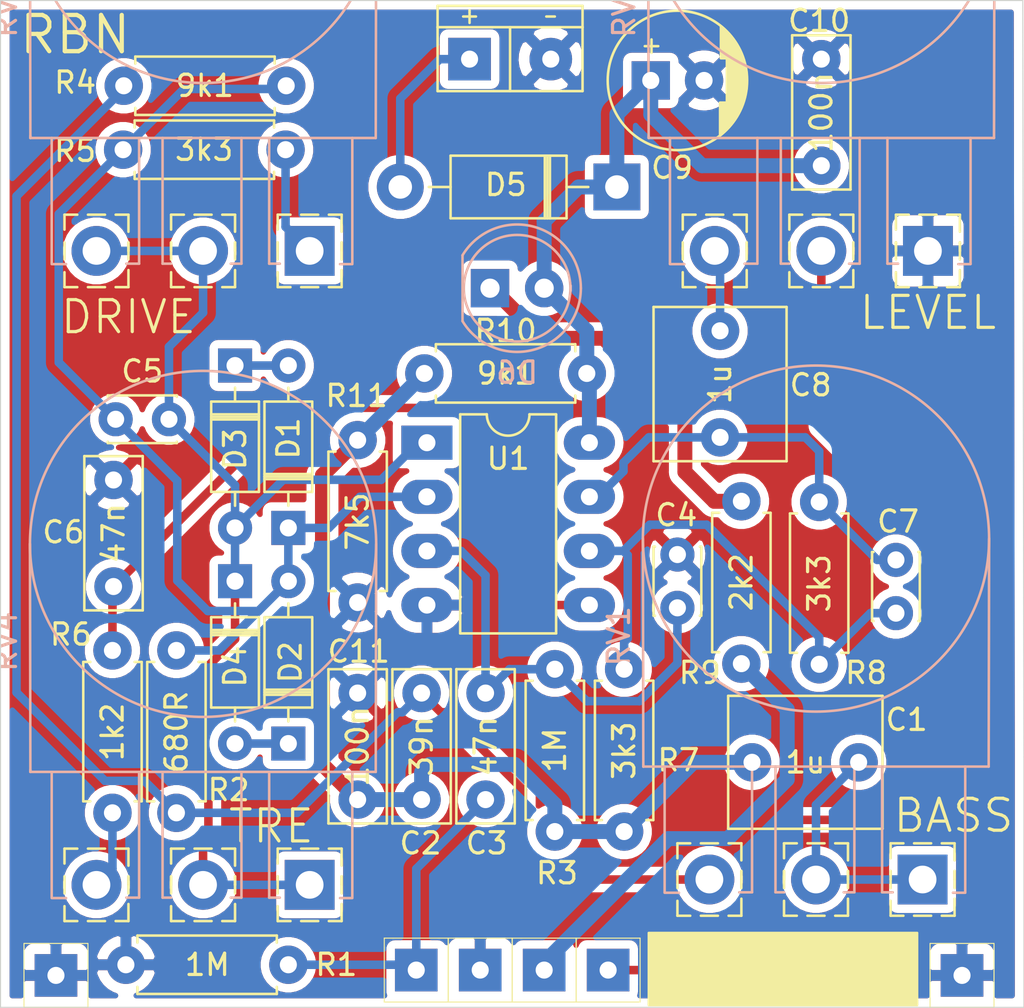
<source format=kicad_pcb>
(kicad_pcb (version 20171130) (host pcbnew "(5.1.5-0-10_14)")
  (layers (0 F.Cu signal hide) (31 B.Cu signal hide) (34 B.Paste user) (35 F.Paste user) (36 B.SilkS user) (37 F.SilkS user) (38 B.Mask user) (39 F.Mask user) (44 Edge.Cuts user))
  (net 0 "")
  (net 1 "Net-(C1-Pad2)")
  (net 2 Vref)
  (net 3 "Net-(C2-Pad2)")
  (net 4 "Net-(C3-Pad2)")
  (net 5 FX.IN)
  (net 6 GND)
  (net 7 "Net-(C5-Pad2)")
  (net 8 "Net-(C5-Pad1)")
  (net 9 "Net-(C6-Pad2)")
  (net 10 "Net-(C7-Pad2)")
  (net 11 "Net-(C7-Pad1)")
  (net 12 "Net-(C8-Pad1)")
  (net 13 "Net-(C10-Pad2)")
  (net 14 "Net-(D1-Pad2)")
  (net 15 "Net-(D2-Pad1)")
  (net 16 "Net-(D6-Pad1)")
  (net 17 SW)
  (net 18 FX.OUT)
  (net 19 "Net-(R5-Pad2)")
  (net 20 "Net-(R6-Pad1)")
  (net 21 "Net-(BT1-Pad1)")
  (module PEDALES:Pot_16_Alpha (layer F.Cu) (at 143.5 64 90)
    (fp_text reference RV5 (at 11.415 -14.25 90) (layer B.SilkS))
    (fp_text value B10k)
    (pad 1 thru_hole rect (at 0 0 90) (size 2.34 2.34) (drill 1.3) (layers *.Cu *.Mask) (net 6 GND))
    (pad 2 thru_hole circle (at 0 -5 90) (size 2.34 2.34) (drill 1.3) (layers *.Cu *.Mask) (net 18 FX.OUT))
    (pad 3 thru_hole circle (at 0 -10 90) (size 2.34 2.34) (drill 1.3) (layers *.Cu *.Mask) (net 12 "Net-(C8-Pad1)"))
  )
  (module PEDALES:Pot_16_Alpha (layer F.Cu) (at 114.5 93.75 90)
    (fp_text reference RV4 (at 11.415 -14.25 90) (layer B.SilkS))
    (fp_text value B10k)
    (pad 1 thru_hole rect (at 0 0 90) (size 2.34 2.34) (drill 1.3) (layers *.Cu *.Mask) (net 7 "Net-(C5-Pad2)"))
    (pad 2 thru_hole circle (at 0 -5 90) (size 2.34 2.34) (drill 1.3) (layers *.Cu *.Mask) (net 7 "Net-(C5-Pad2)"))
    (pad 3 thru_hole circle (at 0 -10 90) (size 2.34 2.34) (drill 1.3) (layers *.Cu *.Mask) (net 20 "Net-(R6-Pad1)"))
  )
  (module PEDALES:Pot_16_Alpha (layer F.Cu) (at 114.5 64 90)
    (fp_text reference RV3 (at 11.415 -14.25 90) (layer B.SilkS))
    (fp_text value B500k)
    (pad 1 thru_hole rect (at 0 0 90) (size 2.34 2.34) (drill 1.3) (layers *.Cu *.Mask) (net 19 "Net-(R5-Pad2)"))
    (pad 2 thru_hole circle (at 0 -5 90) (size 2.34 2.34) (drill 1.3) (layers *.Cu *.Mask) (net 7 "Net-(C5-Pad2)"))
    (pad 3 thru_hole circle (at 0 -10 90) (size 2.34 2.34) (drill 1.3) (layers *.Cu *.Mask) (net 7 "Net-(C5-Pad2)"))
  )
  (module PEDALES:Pot_16_Alpha (layer F.Cu) (at 143.25 93.5 90)
    (fp_text reference RV1 (at 11.415 -14.25 90) (layer B.SilkS))
    (fp_text value B50k)
    (pad 1 thru_hole rect (at 0 0 90) (size 2.34 2.34) (drill 1.3) (layers *.Cu *.Mask) (net 1 "Net-(C1-Pad2)"))
    (pad 2 thru_hole circle (at 0 -5 90) (size 2.34 2.34) (drill 1.3) (layers *.Cu *.Mask) (net 1 "Net-(C1-Pad2)"))
    (pad 3 thru_hole circle (at 0 -10 90) (size 2.34 2.34) (drill 1.3) (layers *.Cu *.Mask) (net 3 "Net-(C2-Pad2)"))
  )
  (module PEDALES:SolderWirePad_1x01_Drill0.8mm (layer F.Cu) (at 125.5 97.75)
    (fp_text reference H12 hide)
    (fp_text value SW)
    (pad 1 thru_hole rect (at 0 0) (size 1.99898 1.99898) (drill 0.8001) (layers *.Cu *.Mask) (net 17 SW))
  )
  (module PEDALES:PWR_CON (layer F.Cu) (at 122 55)
    (fp_text reference BT1)
    (fp_text value Battery_Cell)
    (pad 2 thru_hole circle (at 3.81 0) (size 1.99898 1.99898) (drill 0.8001) (layers *.Cu *.Mask) (net 6 GND))
    (pad 1 thru_hole rect (at 0 0) (size 1.99898 1.99898) (drill 0.8001) (layers *.Cu *.Mask) (net 21 "Net-(BT1-Pad1)"))
  )
  (module PEDALES:1590B (layer F.Cu) (at 124 87.75)
    (fp_text reference REF**)
    (fp_text value 1590B)
  )
  (module Package_DIP:DIP-8_W7.62mm_LongPads (layer F.Cu) (at 120 73)
    (fp_text reference U1 (at 3.81 0.75) (layer F.SilkS))
    (fp_text value TL072)
    (pad 8 thru_hole oval (at 7.62 0) (size 2.4 1.6) (drill 0.8) (layers *.Cu *.Mask) (net 13 "Net-(C10-Pad2)"))
    (pad 4 thru_hole oval (at 0 7.62) (size 2.4 1.6) (drill 0.8) (layers *.Cu *.Mask) (net 6 GND))
    (pad 7 thru_hole oval (at 7.62 2.54) (size 2.4 1.6) (drill 0.8) (layers *.Cu *.Mask) (net 11 "Net-(C7-Pad1)"))
    (pad 3 thru_hole oval (at 0 5.08) (size 2.4 1.6) (drill 0.8) (layers *.Cu *.Mask) (net 4 "Net-(C3-Pad2)"))
    (pad 6 thru_hole oval (at 7.62 5.08) (size 2.4 1.6) (drill 0.8) (layers *.Cu *.Mask) (net 10 "Net-(C7-Pad2)"))
    (pad 2 thru_hole oval (at 0 2.54) (size 2.4 1.6) (drill 0.8) (layers *.Cu *.Mask) (net 8 "Net-(C5-Pad1)"))
    (pad 5 thru_hole oval (at 7.62 7.62) (size 2.4 1.6) (drill 0.8) (layers *.Cu *.Mask) (net 9 "Net-(C6-Pad2)"))
    (pad 1 thru_hole rect (at 0 0) (size 2.4 1.6) (drill 0.8) (layers *.Cu *.Mask) (net 7 "Net-(C5-Pad2)"))
  )
  (module PEDALES:R_0.25W_HZ (layer F.Cu) (at 116.75 80.5 90)
    (fp_text reference R11 (at 9.7 -0.05 180) (layer F.SilkS))
    (fp_text value 7k5 (at 3.8 0 90) (layer F.SilkS))
    (pad 2 thru_hole oval (at 7.62 0 90) (size 1.8 1.8) (drill 0.8) (layers *.Cu *.Mask) (net 2 Vref))
    (pad 1 thru_hole circle (at 0 0 90) (size 1.8 1.8) (drill 0.8) (layers *.Cu *.Mask) (net 6 GND))
  )
  (module PEDALES:R_0.25W_HZ (layer F.Cu) (at 127.5 69.75 180)
    (fp_text reference R10 (at 3.81 2) (layer F.SilkS))
    (fp_text value 9k1 (at 3.8 0) (layer F.SilkS))
    (pad 2 thru_hole oval (at 7.62 0 180) (size 1.8 1.8) (drill 0.8) (layers *.Cu *.Mask) (net 2 Vref))
    (pad 1 thru_hole circle (at 0 0 180) (size 1.8 1.8) (drill 0.8) (layers *.Cu *.Mask) (net 13 "Net-(C10-Pad2)"))
  )
  (module PEDALES:R_0.25W_HZ (layer F.Cu) (at 134.75 75.75 270)
    (fp_text reference R9 (at 8.05 1.95 180) (layer F.SilkS))
    (fp_text value 2k2 (at 3.8 0 90) (layer F.SilkS))
    (pad 2 thru_hole oval (at 7.62 0 270) (size 1.8 1.8) (drill 0.8) (layers *.Cu *.Mask) (net 17 SW))
    (pad 1 thru_hole circle (at 0 0 270) (size 1.8 1.8) (drill 0.8) (layers *.Cu *.Mask) (net 16 "Net-(D6-Pad1)"))
  )
  (module PEDALES:R_0.25W_HZ (layer F.Cu) (at 138.4 83.4 90)
    (fp_text reference R8 (at -0.4 2.2 180) (layer F.SilkS))
    (fp_text value 3k3 (at 3.8 0 90) (layer F.SilkS))
    (pad 2 thru_hole oval (at 7.62 0 90) (size 1.8 1.8) (drill 0.8) (layers *.Cu *.Mask) (net 11 "Net-(C7-Pad1)"))
    (pad 1 thru_hole circle (at 0 0 90) (size 1.8 1.8) (drill 0.8) (layers *.Cu *.Mask) (net 10 "Net-(C7-Pad2)"))
  )
  (module PEDALES:R_0.25W_HZ (layer F.Cu) (at 129.25 91.25 90)
    (fp_text reference R7 (at 3.35 2.55 180) (layer F.SilkS))
    (fp_text value 3k3 (at 3.8 0 90) (layer F.SilkS))
    (pad 2 thru_hole oval (at 7.62 0 90) (size 1.8 1.8) (drill 0.8) (layers *.Cu *.Mask) (net 10 "Net-(C7-Pad2)"))
    (pad 1 thru_hole circle (at 0 0 90) (size 1.8 1.8) (drill 0.8) (layers *.Cu *.Mask) (net 2 Vref))
  )
  (module PEDALES:R_0.25W_HZ (layer F.Cu) (at 105.25 90.37 90)
    (fp_text reference R6 (at 8.37 -1.95 180) (layer F.SilkS))
    (fp_text value 1k2 (at 3.8 0 90) (layer F.SilkS))
    (pad 2 thru_hole oval (at 7.62 0 90) (size 1.8 1.8) (drill 0.8) (layers *.Cu *.Mask) (net 9 "Net-(C6-Pad2)"))
    (pad 1 thru_hole circle (at 0 0 90) (size 1.8 1.8) (drill 0.8) (layers *.Cu *.Mask) (net 20 "Net-(R6-Pad1)"))
  )
  (module PEDALES:R_0.25W_HZ (layer F.Cu) (at 105.75 59.25)
    (fp_text reference R5 (at -2.25 0.05) (layer F.SilkS))
    (fp_text value 3k3 (at 3.8 0) (layer F.SilkS))
    (pad 2 thru_hole oval (at 7.62 0) (size 1.8 1.8) (drill 0.8) (layers *.Cu *.Mask) (net 19 "Net-(R5-Pad2)"))
    (pad 1 thru_hole circle (at 0 0) (size 1.8 1.8) (drill 0.8) (layers *.Cu *.Mask) (net 8 "Net-(C5-Pad1)"))
  )
  (module PEDALES:R_0.25W_HZ (layer F.Cu) (at 105.78 56.25)
    (fp_text reference R4 (at -2.28 -0.15) (layer F.SilkS))
    (fp_text value 9k1 (at 3.8 0) (layer F.SilkS))
    (pad 2 thru_hole oval (at 7.62 0) (size 1.8 1.8) (drill 0.8) (layers *.Cu *.Mask) (net 8 "Net-(C5-Pad1)"))
    (pad 1 thru_hole circle (at 0 0) (size 1.8 1.8) (drill 0.8) (layers *.Cu *.Mask) (net 3 "Net-(C2-Pad2)"))
  )
  (module PEDALES:R_0.25W_HZ (layer F.Cu) (at 126 83.63 270)
    (fp_text reference R3 (at 9.57 -0.1 180) (layer F.SilkS))
    (fp_text value 1M (at 3.8 0 90) (layer F.SilkS))
    (pad 2 thru_hole oval (at 7.62 0 270) (size 1.8 1.8) (drill 0.8) (layers *.Cu *.Mask) (net 2 Vref))
    (pad 1 thru_hole circle (at 0 0 270) (size 1.8 1.8) (drill 0.8) (layers *.Cu *.Mask) (net 4 "Net-(C3-Pad2)"))
  )
  (module PEDALES:R_0.25W_HZ (layer F.Cu) (at 108.25 90.37 90)
    (fp_text reference R2 (at 1.07 2.45 180) (layer F.SilkS))
    (fp_text value 680R (at 3.8 0 90) (layer F.SilkS))
    (pad 2 thru_hole oval (at 7.62 0 90) (size 1.8 1.8) (drill 0.8) (layers *.Cu *.Mask) (net 8 "Net-(C5-Pad1)"))
    (pad 1 thru_hole circle (at 0 0 90) (size 1.8 1.8) (drill 0.8) (layers *.Cu *.Mask) (net 3 "Net-(C2-Pad2)"))
  )
  (module PEDALES:R_0.25W_HZ (layer F.Cu) (at 113.5 97.5 180)
    (fp_text reference R1 (at -2.25 0) (layer F.SilkS))
    (fp_text value 1M (at 3.8 0) (layer F.SilkS))
    (pad 2 thru_hole oval (at 7.62 0 180) (size 1.8 1.8) (drill 0.8) (layers *.Cu *.Mask) (net 6 GND))
    (pad 1 thru_hole circle (at 0 0 180) (size 1.8 1.8) (drill 0.8) (layers *.Cu *.Mask) (net 5 FX.IN))
  )
  (module PEDALES:SolderWirePad_1x01_Drill0.8mm (layer F.Cu) (at 128.5 97.75)
    (fp_text reference H16 hide)
    (fp_text value FX.OUT)
    (pad 1 thru_hole rect (at 0 0) (size 1.99898 1.99898) (drill 0.8001) (layers *.Cu *.Mask) (net 18 FX.OUT))
  )
  (module PEDALES:SolderWirePad_1x01_Drill0.8mm (layer F.Cu) (at 119.5 97.75)
    (fp_text reference H14 hide)
    (fp_text value FX.IN)
    (pad 1 thru_hole rect (at 0 0) (size 1.99898 1.99898) (drill 0.8001) (layers *.Cu *.Mask) (net 5 FX.IN))
  )
  (module PEDALES:SolderWirePad_1x01_Drill0.8mm (layer F.Cu) (at 122.5 97.75)
    (fp_text reference H5 hide)
    (fp_text value GND)
    (pad 1 thru_hole rect (at 0 0) (size 1.99898 1.99898) (drill 0.8001) (layers *.Cu *.Mask) (net 6 GND))
  )
  (module PEDALES:SolderWirePad_1x01_Drill0.8mm (layer F.Cu) (at 102.6 98)
    (fp_text reference H4 hide)
    (fp_text value GND)
    (pad 1 thru_hole rect (at 0 0) (size 1.99898 1.99898) (drill 0.8001) (layers *.Cu *.Mask) (net 6 GND))
  )
  (module PEDALES:SolderWirePad_1x01_Drill0.8mm (layer F.Cu) (at 145.1 98)
    (fp_text reference H3 hide)
    (fp_text value GND)
    (pad 1 thru_hole rect (at 0 0) (size 1.99898 1.99898) (drill 0.8001) (layers *.Cu *.Mask) (net 6 GND))
  )
  (module LED_THT:LED_D5.0mm (layer B.Cu) (at 122.96 65.75)
    (fp_text reference D6 (at 1.27 3.96) (layer B.SilkS) (effects (justify mirror)))
    (fp_text value LED)
    (pad 2 thru_hole circle (at 2.54 0) (size 1.8 1.8) (drill 0.9) (layers *.Cu *.Mask) (net 13 "Net-(C10-Pad2)"))
    (pad 1 thru_hole rect (at 0 0) (size 1.8 1.8) (drill 0.9) (layers *.Cu *.Mask) (net 16 "Net-(D6-Pad1)"))
  )
  (module PEDALES:D_DO-41_SOD81_P10.16mm_Horizontal (layer F.Cu) (at 128.91 61 180)
    (fp_text reference D5 (at 5.21 0.1) (layer F.SilkS))
    (fp_text value D)
    (pad 2 thru_hole oval (at 10.16 0 180) (size 2.2 2.2) (drill 1.1) (layers *.Cu *.Mask) (net 21 "Net-(BT1-Pad1)"))
    (pad 1 thru_hole rect (at 0 0 180) (size 2.2 2.2) (drill 1.1) (layers *.Cu *.Mask) (net 13 "Net-(C10-Pad2)"))
  )
  (module PEDALES:D_DO-35_SOD27_P7.62mm_Horizontal (layer F.Cu) (at 111 79.5 270)
    (fp_text reference D4 (at 4 0 90) (layer F.SilkS))
    (fp_text value Si)
    (pad 2 thru_hole oval (at 7.62 0 270) (size 1.6 1.6) (drill 0.8) (layers *.Cu *.Mask) (net 15 "Net-(D2-Pad1)"))
    (pad 1 thru_hole rect (at 0 0 270) (size 1.6 1.6) (drill 0.8) (layers *.Cu *.Mask) (net 7 "Net-(C5-Pad2)"))
  )
  (module PEDALES:D_DO-35_SOD27_P7.62mm_Horizontal (layer F.Cu) (at 111 69.38 270)
    (fp_text reference D3 (at 3.92 0 90) (layer F.SilkS))
    (fp_text value Si)
    (pad 2 thru_hole oval (at 7.62 0 270) (size 1.6 1.6) (drill 0.8) (layers *.Cu *.Mask) (net 7 "Net-(C5-Pad2)"))
    (pad 1 thru_hole rect (at 0 0 270) (size 1.6 1.6) (drill 0.8) (layers *.Cu *.Mask) (net 14 "Net-(D1-Pad2)"))
  )
  (module PEDALES:D_DO-35_SOD27_P7.62mm_Horizontal (layer F.Cu) (at 113.5 87.12 90)
    (fp_text reference D2 (at 3.82 0.1 90) (layer F.SilkS))
    (fp_text value Si)
    (pad 2 thru_hole oval (at 7.62 0 90) (size 1.6 1.6) (drill 0.8) (layers *.Cu *.Mask) (net 8 "Net-(C5-Pad1)"))
    (pad 1 thru_hole rect (at 0 0 90) (size 1.6 1.6) (drill 0.8) (layers *.Cu *.Mask) (net 15 "Net-(D2-Pad1)"))
  )
  (module PEDALES:D_DO-35_SOD27_P7.62mm_Horizontal (layer F.Cu) (at 113.5 77 90)
    (fp_text reference D1 (at 4.2 0 90) (layer F.SilkS))
    (fp_text value Si)
    (pad 2 thru_hole oval (at 7.62 0 90) (size 1.6 1.6) (drill 0.8) (layers *.Cu *.Mask) (net 14 "Net-(D1-Pad2)"))
    (pad 1 thru_hole rect (at 0 0 90) (size 1.6 1.6) (drill 0.8) (layers *.Cu *.Mask) (net 8 "Net-(C5-Pad1)"))
  )
  (module PEDALES:Cap_poly_little (layer F.Cu) (at 116.75 84.75 270)
    (fp_text reference C11 (at -1.95 -0.05 180) (layer F.SilkS))
    (fp_text value 100n (at 2.5 0 90) (layer F.SilkS))
    (pad 2 thru_hole circle (at 5 0 270) (size 1.8 1.8) (drill 0.8) (layers *.Cu *.Mask) (net 2 Vref))
    (pad 1 thru_hole circle (at 0 0 270) (size 1.8 1.8) (drill 0.8) (layers *.Cu *.Mask) (net 6 GND))
  )
  (module PEDALES:Cap_poly_little (layer F.Cu) (at 138.5 55 270)
    (fp_text reference C10 (at -1.8 0.1 180) (layer F.SilkS))
    (fp_text value 100n (at 2.5 0 90) (layer F.SilkS))
    (pad 2 thru_hole circle (at 5 0 270) (size 1.8 1.8) (drill 0.8) (layers *.Cu *.Mask) (net 13 "Net-(C10-Pad2)"))
    (pad 1 thru_hole circle (at 0 0 270) (size 1.8 1.8) (drill 0.8) (layers *.Cu *.Mask) (net 6 GND))
  )
  (module PEDALES:CP_Radial_D6.3mm_P2.50mm (layer F.Cu) (at 130.5 56)
    (fp_text reference C9 (at 1 4.1) (layer F.SilkS))
    (fp_text value 47u)
    (pad 2 thru_hole circle (at 2.5 0) (size 1.8 1.8) (drill 0.8) (layers *.Cu *.Mask) (net 6 GND))
    (pad 1 thru_hole rect (at 0 0) (size 1.8 1.8) (drill 0.8) (layers *.Cu *.Mask) (net 13 "Net-(C10-Pad2)"))
  )
  (module PEDALES:Cap_poly_big (layer F.Cu) (at 133.75 67.75 270)
    (fp_text reference C8 (at 2.55 -4.25 180) (layer F.SilkS))
    (fp_text value 1u (at 2.5 0 90) (layer F.SilkS))
    (pad 2 thru_hole circle (at 5 0 270) (size 1.8 1.8) (drill 0.8) (layers *.Cu *.Mask) (net 11 "Net-(C7-Pad1)"))
    (pad 1 thru_hole circle (at 0 0 270) (size 1.8 1.8) (drill 0.8) (layers *.Cu *.Mask) (net 12 "Net-(C8-Pad1)"))
  )
  (module Capacitor_THT:C_Disc_D3.0mm_W2.0mm_P2.50mm (layer F.Cu) (at 142 78.5 270)
    (fp_text reference C7 (at -1.8 -0.1 180) (layer F.SilkS))
    (fp_text value 150p)
    (pad 2 thru_hole circle (at 2.5 0 270) (size 1.6 1.6) (drill 0.8) (layers *.Cu *.Mask) (net 10 "Net-(C7-Pad2)"))
    (pad 1 thru_hole circle (at 0 0 270) (size 1.6 1.6) (drill 0.8) (layers *.Cu *.Mask) (net 11 "Net-(C7-Pad1)"))
  )
  (module PEDALES:Cap_poly_little (layer F.Cu) (at 105.3 74.75 270)
    (fp_text reference C6 (at 2.45 2.35) (layer F.SilkS))
    (fp_text value 47n (at 2.5 0 90) (layer F.SilkS))
    (pad 2 thru_hole circle (at 5 0 270) (size 1.8 1.8) (drill 0.8) (layers *.Cu *.Mask) (net 9 "Net-(C6-Pad2)"))
    (pad 1 thru_hole circle (at 0 0 270) (size 1.8 1.8) (drill 0.8) (layers *.Cu *.Mask) (net 6 GND))
  )
  (module Capacitor_THT:C_Disc_D3.0mm_W2.0mm_P2.50mm (layer F.Cu) (at 105.4 71.9)
    (fp_text reference C5 (at 1.25 -2.25) (layer F.SilkS))
    (fp_text value 47p)
    (pad 2 thru_hole circle (at 2.5 0) (size 1.6 1.6) (drill 0.8) (layers *.Cu *.Mask) (net 7 "Net-(C5-Pad2)"))
    (pad 1 thru_hole circle (at 0 0) (size 1.6 1.6) (drill 0.8) (layers *.Cu *.Mask) (net 8 "Net-(C5-Pad1)"))
  )
  (module Capacitor_THT:C_Disc_D3.0mm_W2.0mm_P2.50mm (layer F.Cu) (at 131.75 78.25 270)
    (fp_text reference C4 (at -1.85 0.05 180) (layer F.SilkS))
    (fp_text value 22p)
    (pad 2 thru_hole circle (at 2.5 0 270) (size 1.6 1.6) (drill 0.8) (layers *.Cu *.Mask) (net 4 "Net-(C3-Pad2)"))
    (pad 1 thru_hole circle (at 0 0 270) (size 1.6 1.6) (drill 0.8) (layers *.Cu *.Mask) (net 6 GND))
  )
  (module PEDALES:Cap_poly_little (layer F.Cu) (at 122.75 89.75 90)
    (fp_text reference C3 (at -2.05 0.05) (layer F.SilkS))
    (fp_text value 47n (at 2.5 0 90) (layer F.SilkS))
    (pad 2 thru_hole circle (at 5 0 90) (size 1.8 1.8) (drill 0.8) (layers *.Cu *.Mask) (net 4 "Net-(C3-Pad2)"))
    (pad 1 thru_hole circle (at 0 0 90) (size 1.8 1.8) (drill 0.8) (layers *.Cu *.Mask) (net 5 FX.IN))
  )
  (module PEDALES:Cap_poly_little (layer F.Cu) (at 119.75 89.75 90)
    (fp_text reference C2 (at -2.05 -0.05 180) (layer F.SilkS))
    (fp_text value 39n (at 2.5 0 90) (layer F.SilkS))
    (pad 2 thru_hole circle (at 5 0 90) (size 1.8 1.8) (drill 0.8) (layers *.Cu *.Mask) (net 3 "Net-(C2-Pad2)"))
    (pad 1 thru_hole circle (at 0 0 90) (size 1.8 1.8) (drill 0.8) (layers *.Cu *.Mask) (net 2 Vref))
  )
  (module PEDALES:Cap_poly_big (layer F.Cu) (at 135.25 88)
    (fp_text reference C1 (at 7.25 -2) (layer F.SilkS))
    (fp_text value 1u (at 2.5 0) (layer F.SilkS))
    (pad 2 thru_hole circle (at 5 0) (size 1.8 1.8) (drill 0.8) (layers *.Cu *.Mask) (net 1 "Net-(C1-Pad2)"))
    (pad 1 thru_hole circle (at 0 0) (size 1.8 1.8) (drill 0.8) (layers *.Cu *.Mask) (net 2 Vref))
  )
  (gr_poly (pts (xy 143 99.4) (xy 130.4 99.4) (xy 130.4 96) (xy 143 96)) (layer F.SilkS) (width 0.1))
  (gr_text RBN (at 103.5 53.85) (layer F.SilkS) (effects (font (size 1.7 1.7) (thickness 0.2))))
  (gr_text "BASS\n" (at 144.7 90.5) (layer F.SilkS) (effects (font (size 1.5 1.5))))
  (gr_text TRE (at 112.7 91) (layer F.SilkS) (effects (font (size 1.5 1.5))))
  (gr_text "DRIVE\n" (at 106 67.1) (layer F.SilkS) (effects (font (size 1.5 1.5))))
  (gr_text LEVEL (at 143.5 66.9) (layer F.SilkS) (effects (font (size 1.5 1.5))))
  (gr_line (start 148 87.75) (end 148 99.5) (layer Edge.Cuts) (width 0.05))
  (gr_line (start 100 99.5) (end 148 99.5) (layer Edge.Cuts) (width 0.05))
  (gr_line (start 100 52.25) (end 100 99.5) (layer Edge.Cuts) (width 0.05))
  (gr_line (start 147.95 52.25) (end 100 52.25) (layer Edge.Cuts) (width 0.05))
  (gr_line (start 148 87.75) (end 147.95 52.25) (layer Edge.Cuts) (width 0.05))
  (segment (start 138.25 90) (end 140.25 88) (width 0.4) (layer B.Cu) (net 1))
  (segment (start 138.25 93.5) (end 138.25 90) (width 0.4) (layer B.Cu) (net 1))
  (segment (start 143.25 93.5) (end 138.25 93.5) (width 0.4) (layer B.Cu) (net 1))
  (segment (start 119.88 69.75) (end 116.75 72.88) (width 0.7) (layer B.Cu) (net 2))
  (segment (start 119.75 89.75) (end 116.75 89.75) (width 0.7) (layer B.Cu) (net 2))
  (segment (start 124.122791 88.099999) (end 126 89.977208) (width 0.7) (layer B.Cu) (net 2))
  (segment (start 119.75 88.477208) (end 120.127209 88.099999) (width 0.7) (layer B.Cu) (net 2))
  (segment (start 126 89.977208) (end 126 91.25) (width 0.7) (layer B.Cu) (net 2))
  (segment (start 120.127209 88.099999) (end 124.122791 88.099999) (width 0.7) (layer B.Cu) (net 2))
  (segment (start 119.75 89.75) (end 119.75 88.477208) (width 0.7) (layer B.Cu) (net 2))
  (segment (start 129.25 91.25) (end 126 91.25) (width 0.7) (layer B.Cu) (net 2))
  (segment (start 132.5 88) (end 135.25 88) (width 0.7) (layer B.Cu) (net 2))
  (segment (start 129.25 91.25) (end 132.5 88) (width 0.7) (layer B.Cu) (net 2))
  (segment (start 115.850001 88.850001) (end 116.75 89.75) (width 0.7) (layer F.Cu) (net 2))
  (segment (start 115.099999 88.099999) (end 115.850001 88.850001) (width 0.7) (layer F.Cu) (net 2))
  (segment (start 115.099999 74.530001) (end 115.099999 88.099999) (width 0.7) (layer F.Cu) (net 2))
  (segment (start 116.75 72.88) (end 115.099999 74.530001) (width 0.7) (layer F.Cu) (net 2))
  (segment (start 118.850001 85.649999) (end 119.75 84.75) (width 0.4) (layer B.Cu) (net 3))
  (segment (start 113.909998 90.37) (end 118.629999 85.649999) (width 0.4) (layer B.Cu) (net 3))
  (segment (start 118.629999 85.649999) (end 118.850001 85.649999) (width 0.4) (layer B.Cu) (net 3))
  (segment (start 108.25 90.37) (end 113.909998 90.37) (width 0.4) (layer B.Cu) (net 3))
  (segment (start 107.350001 89.470001) (end 108.25 90.37) (width 0.4) (layer B.Cu) (net 3))
  (segment (start 104.899997 88.869999) (end 106.749999 88.869999) (width 0.4) (layer B.Cu) (net 3))
  (segment (start 100.749999 84.720001) (end 104.899997 88.869999) (width 0.4) (layer B.Cu) (net 3))
  (segment (start 100.749999 61.430001) (end 100.749999 84.720001) (width 0.4) (layer B.Cu) (net 3))
  (segment (start 106.749999 88.869999) (end 107.350001 89.470001) (width 0.4) (layer B.Cu) (net 3))
  (segment (start 105.78 56.4) (end 100.749999 61.430001) (width 0.4) (layer B.Cu) (net 3))
  (segment (start 131.595371 93.5) (end 133.25 93.5) (width 0.4) (layer F.Cu) (net 3))
  (segment (start 126.029998 93.5) (end 131.595371 93.5) (width 0.4) (layer F.Cu) (net 3))
  (segment (start 124.499999 91.970001) (end 126.029998 93.5) (width 0.4) (layer F.Cu) (net 3))
  (segment (start 124.499999 89.279997) (end 124.499999 91.970001) (width 0.4) (layer F.Cu) (net 3))
  (segment (start 120.870001 85.649999) (end 124.499999 89.279997) (width 0.4) (layer F.Cu) (net 3))
  (segment (start 120.649999 85.649999) (end 120.870001 85.649999) (width 0.4) (layer F.Cu) (net 3))
  (segment (start 119.75 84.75) (end 120.649999 85.649999) (width 0.4) (layer F.Cu) (net 3))
  (segment (start 122.75 79.23) (end 122.75 83.477208) (width 0.4) (layer B.Cu) (net 4))
  (segment (start 121.6 78.08) (end 122.75 79.23) (width 0.4) (layer B.Cu) (net 4))
  (segment (start 122.75 83.477208) (end 122.75 84.75) (width 0.4) (layer B.Cu) (net 4))
  (segment (start 120 78.08) (end 121.6 78.08) (width 0.4) (layer B.Cu) (net 4))
  (segment (start 123.87 83.63) (end 122.75 84.75) (width 0.4) (layer B.Cu) (net 4))
  (segment (start 126 83.63) (end 123.87 83.63) (width 0.4) (layer B.Cu) (net 4))
  (segment (start 131.75 81.88137) (end 131.75 80.75) (width 0.4) (layer B.Cu) (net 4))
  (segment (start 129.970001 85.130001) (end 131.75 83.350002) (width 0.4) (layer B.Cu) (net 4))
  (segment (start 131.75 83.350002) (end 131.75 81.88137) (width 0.4) (layer B.Cu) (net 4))
  (segment (start 127.500001 85.130001) (end 129.970001 85.130001) (width 0.4) (layer B.Cu) (net 4))
  (segment (start 126 83.63) (end 127.500001 85.130001) (width 0.4) (layer B.Cu) (net 4))
  (segment (start 119.5 93) (end 122.75 89.75) (width 0.4) (layer B.Cu) (net 5))
  (segment (start 119.5 97.75) (end 119.5 93) (width 0.4) (layer B.Cu) (net 5))
  (segment (start 119.25 97.5) (end 119.5 97.75) (width 0.4) (layer B.Cu) (net 5))
  (segment (start 113.5 97.5) (end 119.25 97.5) (width 0.4) (layer B.Cu) (net 5))
  (segment (start 111 77) (end 111 79.5) (width 0.4) (layer B.Cu) (net 7))
  (segment (start 111 75) (end 107.9 71.9) (width 0.4) (layer B.Cu) (net 7))
  (segment (start 111 77) (end 111 75) (width 0.4) (layer B.Cu) (net 7))
  (segment (start 117.86001 74.73999) (end 119.6 73) (width 0.4) (layer B.Cu) (net 7))
  (segment (start 113.26001 74.73999) (end 117.86001 74.73999) (width 0.4) (layer B.Cu) (net 7))
  (segment (start 119.6 73) (end 120 73) (width 0.4) (layer B.Cu) (net 7))
  (segment (start 111 77) (end 113.26001 74.73999) (width 0.4) (layer B.Cu) (net 7))
  (segment (start 109.5 64) (end 109.5 66.9) (width 0.4) (layer B.Cu) (net 7))
  (segment (start 107.9 68.5) (end 107.9 71.9) (width 0.4) (layer B.Cu) (net 7))
  (segment (start 109.5 66.9) (end 107.9 68.5) (width 0.4) (layer B.Cu) (net 7))
  (segment (start 104.5 64) (end 109.5 64) (width 0.4) (layer B.Cu) (net 7))
  (segment (start 109.5 93.75) (end 114.5 93.75) (width 0.4) (layer B.Cu) (net 7))
  (segment (start 111 82.220002) (end 111 80.7) (width 0.4) (layer F.Cu) (net 7))
  (segment (start 109.2 84.020002) (end 111 82.220002) (width 0.4) (layer F.Cu) (net 7))
  (segment (start 109.2 87.392002) (end 109.2 84.020002) (width 0.4) (layer F.Cu) (net 7))
  (segment (start 111 80.7) (end 111 79.5) (width 0.4) (layer F.Cu) (net 7))
  (segment (start 109.750001 91.090001) (end 109.750001 87.942003) (width 0.4) (layer F.Cu) (net 7))
  (segment (start 109.5 91.340002) (end 109.750001 91.090001) (width 0.4) (layer F.Cu) (net 7))
  (segment (start 109.750001 87.942003) (end 109.2 87.392002) (width 0.4) (layer F.Cu) (net 7))
  (segment (start 109.5 93.75) (end 109.5 91.340002) (width 0.4) (layer F.Cu) (net 7))
  (segment (start 120 75.54) (end 116.86 75.54) (width 0.4) (layer B.Cu) (net 8))
  (segment (start 115.4 77) (end 113.5 77) (width 0.4) (layer B.Cu) (net 8))
  (segment (start 116.86 75.54) (end 115.4 77) (width 0.4) (layer B.Cu) (net 8))
  (segment (start 113.5 77) (end 113.5 79.5) (width 0.4) (layer B.Cu) (net 8))
  (segment (start 104.600001 71.100001) (end 105.4 71.9) (width 0.4) (layer B.Cu) (net 8))
  (segment (start 102.729999 62.270001) (end 102.729999 69.229999) (width 0.4) (layer B.Cu) (net 8))
  (segment (start 102.729999 69.229999) (end 104.600001 71.100001) (width 0.4) (layer B.Cu) (net 8))
  (segment (start 105.75 59.25) (end 102.729999 62.270001) (width 0.4) (layer B.Cu) (net 8))
  (segment (start 108.6 56.4) (end 105.75 59.25) (width 0.4) (layer B.Cu) (net 8))
  (segment (start 113.4 56.4) (end 108.6 56.4) (width 0.4) (layer B.Cu) (net 8))
  (segment (start 125.81999 80.41999) (end 126.02 80.62) (width 0.4) (layer F.Cu) (net 9))
  (segment (start 126.02 80.62) (end 127.62 80.62) (width 0.4) (layer F.Cu) (net 9))
  (segment (start 125.81999 75.21999) (end 125.81999 80.41999) (width 0.4) (layer F.Cu) (net 9))
  (segment (start 121.979999 71.379999) (end 125.81999 75.21999) (width 0.4) (layer F.Cu) (net 9))
  (segment (start 129.42001 78.28001) (end 129.22 78.08) (width 0.4) (layer B.Cu) (net 10))
  (segment (start 129.42001 82.187198) (end 129.42001 78.28001) (width 0.4) (layer B.Cu) (net 10))
  (segment (start 129.25 82.357208) (end 129.42001 82.187198) (width 0.4) (layer B.Cu) (net 10))
  (segment (start 129.25 83.63) (end 129.25 82.357208) (width 0.4) (layer B.Cu) (net 10))
  (segment (start 140.8 81) (end 138.4 83.4) (width 0.4) (layer B.Cu) (net 10))
  (segment (start 142 81) (end 140.8 81) (width 0.4) (layer B.Cu) (net 10))
  (segment (start 138.4 82.127208) (end 138.4 83.4) (width 0.4) (layer B.Cu) (net 10))
  (segment (start 130.450001 76.849999) (end 133.122791 76.849999) (width 0.4) (layer B.Cu) (net 10))
  (segment (start 133.122791 76.849999) (end 138.4 82.127208) (width 0.4) (layer B.Cu) (net 10))
  (segment (start 129.22 78.08) (end 130.450001 76.849999) (width 0.4) (layer B.Cu) (net 10))
  (segment (start 127.62 78.08) (end 129.22 78.08) (width 0.4) (layer B.Cu) (net 10))
  (segment (start 129.22 73.94) (end 129.22 74.34) (width 0.4) (layer B.Cu) (net 11))
  (segment (start 129.22 74.34) (end 128.02 75.54) (width 0.4) (layer B.Cu) (net 11))
  (segment (start 130.41 72.75) (end 129.22 73.94) (width 0.4) (layer B.Cu) (net 11))
  (segment (start 128.02 75.54) (end 127.62 75.54) (width 0.4) (layer B.Cu) (net 11))
  (segment (start 133.75 72.75) (end 130.41 72.75) (width 0.4) (layer B.Cu) (net 11))
  (segment (start 137.75 72.75) (end 133.75 72.75) (width 0.4) (layer B.Cu) (net 11))
  (segment (start 138.4 73.4) (end 138.4 75.78) (width 0.4) (layer B.Cu) (net 11))
  (segment (start 137.75 72.75) (end 138.4 73.4) (width 0.4) (layer B.Cu) (net 11))
  (segment (start 141.12 78.5) (end 142 78.5) (width 0.4) (layer B.Cu) (net 11))
  (segment (start 138.4 75.78) (end 141.12 78.5) (width 0.4) (layer B.Cu) (net 11))
  (segment (start 133.75 64.25) (end 133.5 64) (width 0.4) (layer B.Cu) (net 12))
  (segment (start 133.75 67.75) (end 133.75 64.25) (width 0.4) (layer B.Cu) (net 12))
  (segment (start 127.62 69.87) (end 127.5 69.75) (width 0.7) (layer B.Cu) (net 13))
  (segment (start 127.62 73) (end 127.62 69.87) (width 0.7) (layer B.Cu) (net 13))
  (segment (start 127.5 67.75) (end 125.5 65.75) (width 0.7) (layer B.Cu) (net 13))
  (segment (start 127.5 69.75) (end 127.5 67.75) (width 0.7) (layer B.Cu) (net 13))
  (segment (start 127.11 61) (end 128.91 61) (width 0.7) (layer B.Cu) (net 13))
  (segment (start 125.5 62.61) (end 127.11 61) (width 0.7) (layer B.Cu) (net 13))
  (segment (start 125.5 65.75) (end 125.5 62.61) (width 0.7) (layer B.Cu) (net 13))
  (segment (start 128.91 57.59) (end 130.5 56) (width 0.7) (layer B.Cu) (net 13))
  (segment (start 128.91 61) (end 128.91 57.59) (width 0.7) (layer B.Cu) (net 13))
  (segment (start 132.9 60) (end 137.227208 60) (width 0.7) (layer B.Cu) (net 13))
  (segment (start 137.227208 60) (end 138.5 60) (width 0.7) (layer B.Cu) (net 13))
  (segment (start 130.5 57.6) (end 132.9 60) (width 0.7) (layer B.Cu) (net 13))
  (segment (start 130.5 56) (end 130.5 57.6) (width 0.7) (layer B.Cu) (net 13))
  (segment (start 111 69.38) (end 113.5 69.38) (width 0.4) (layer B.Cu) (net 14))
  (segment (start 111 87.12) (end 113.5 87.12) (width 0.4) (layer B.Cu) (net 15))
  (segment (start 132.099999 74.372791) (end 133.477208 75.75) (width 0.7) (layer F.Cu) (net 16))
  (segment (start 132.099999 71.907997) (end 132.099999 74.372791) (width 0.7) (layer F.Cu) (net 16))
  (segment (start 128.292001 68.099999) (end 132.099999 71.907997) (width 0.7) (layer F.Cu) (net 16))
  (segment (start 133.477208 75.75) (end 134.75 75.75) (width 0.7) (layer F.Cu) (net 16))
  (segment (start 125.407997 68.099999) (end 128.292001 68.099999) (width 0.7) (layer F.Cu) (net 16))
  (segment (start 123.057998 65.75) (end 125.407997 68.099999) (width 0.7) (layer F.Cu) (net 16))
  (segment (start 122.96 65.75) (end 123.057998 65.75) (width 0.7) (layer F.Cu) (net 16))
  (segment (start 125.5 97.401018) (end 125.5 97.75) (width 0.7) (layer B.Cu) (net 17))
  (segment (start 131.321019 91.579999) (end 125.5 97.401018) (width 0.7) (layer B.Cu) (net 17))
  (segment (start 134.120001 91.579999) (end 131.321019 91.579999) (width 0.7) (layer B.Cu) (net 17))
  (segment (start 136.900001 88.799999) (end 134.120001 91.579999) (width 0.7) (layer B.Cu) (net 17))
  (segment (start 136.900001 85.520001) (end 136.900001 88.799999) (width 0.7) (layer B.Cu) (net 17))
  (segment (start 134.75 83.37) (end 136.900001 85.520001) (width 0.7) (layer B.Cu) (net 17))
  (segment (start 132.05 97.75) (end 136.479999 93.320001) (width 0.4) (layer F.Cu) (net 18))
  (segment (start 136.479999 93.320001) (end 136.479999 91.620001) (width 0.4) (layer F.Cu) (net 18))
  (segment (start 128.5 97.75) (end 132.05 97.75) (width 0.4) (layer F.Cu) (net 18))
  (segment (start 136.479999 91.620001) (end 137.4 90.7) (width 0.4) (layer F.Cu) (net 18))
  (segment (start 137.4 90.7) (end 140.7 90.7) (width 0.4) (layer F.Cu) (net 18))
  (segment (start 140.7 90.7) (end 144 87.4) (width 0.4) (layer F.Cu) (net 18))
  (segment (start 144 87.4) (end 144 77.7) (width 0.4) (layer F.Cu) (net 18))
  (segment (start 138.5 72.2) (end 138.5 64) (width 0.4) (layer F.Cu) (net 18))
  (segment (start 144 77.7) (end 138.5 72.2) (width 0.4) (layer F.Cu) (net 18))
  (segment (start 110.25 82.75) (end 113.5 79.5) (width 0.4) (layer B.Cu) (net 8))
  (segment (start 108.25 82.75) (end 110.25 82.75) (width 0.4) (layer B.Cu) (net 8))
  (segment (start 112.099999 80.900001) (end 113.5 79.5) (width 0.4) (layer B.Cu) (net 8))
  (segment (start 108.29 79.470002) (end 109.719999 80.900001) (width 0.4) (layer B.Cu) (net 8))
  (segment (start 109.719999 80.900001) (end 112.099999 80.900001) (width 0.4) (layer B.Cu) (net 8))
  (segment (start 108.29 74.79) (end 108.29 79.470002) (width 0.4) (layer B.Cu) (net 8))
  (segment (start 105.4 71.9) (end 108.29 74.79) (width 0.4) (layer B.Cu) (net 8))
  (segment (start 105.25 79.8) (end 105.3 79.75) (width 0.4) (layer F.Cu) (net 9))
  (segment (start 105.25 82.75) (end 105.25 79.8) (width 0.4) (layer F.Cu) (net 9))
  (segment (start 113.7 71.35) (end 114.5 71.35) (width 0.4) (layer F.Cu) (net 9))
  (segment (start 114.5 71.35) (end 121.979999 71.379999) (width 0.4) (layer F.Cu) (net 9))
  (segment (start 105.3 79.75) (end 113.7 71.35) (width 0.4) (layer F.Cu) (net 9))
  (segment (start 113.37 62.87) (end 114.5 64) (width 0.4) (layer B.Cu) (net 19))
  (segment (start 113.37 59.25) (end 113.37 62.87) (width 0.4) (layer B.Cu) (net 19))
  (segment (start 105.25 93) (end 104.5 93.75) (width 0.4) (layer B.Cu) (net 20))
  (segment (start 105.25 90.37) (end 105.25 93) (width 0.4) (layer B.Cu) (net 20))
  (segment (start 118.75 56.85051) (end 118.75 59.444366) (width 0.4) (layer B.Cu) (net 21))
  (segment (start 118.75 59.444366) (end 118.75 61) (width 0.4) (layer B.Cu) (net 21))
  (segment (start 120.60051 55) (end 118.75 56.85051) (width 0.4) (layer B.Cu) (net 21))
  (segment (start 122 55) (end 120.60051 55) (width 0.4) (layer B.Cu) (net 21))
  (zone (net 6) (net_name GND) (layer F.Cu) (connect_pads (clearance 0.4)) (min_thickness 0.254) (fill yes (arc_segments 32) (thermal_gap 0.508) (thermal_bridge_width 0.508))
    (polygon (pts (xy 148 99.5) (xy 100 99.5) (xy 100 52.25) (xy 148 52.25)))
  )
  (zone (net 6) (net_name GND) (layer B.Cu) (connect_pads (clearance 0.4)) (min_thickness 0.254) (fill yes (arc_segments 32) (thermal_gap 0.508) (thermal_bridge_width 0.508))
    (polygon (pts (xy 148 99.5) (xy 100 99.5) (xy 100 52.25) (xy 148 52.25)))
  )
)
</source>
